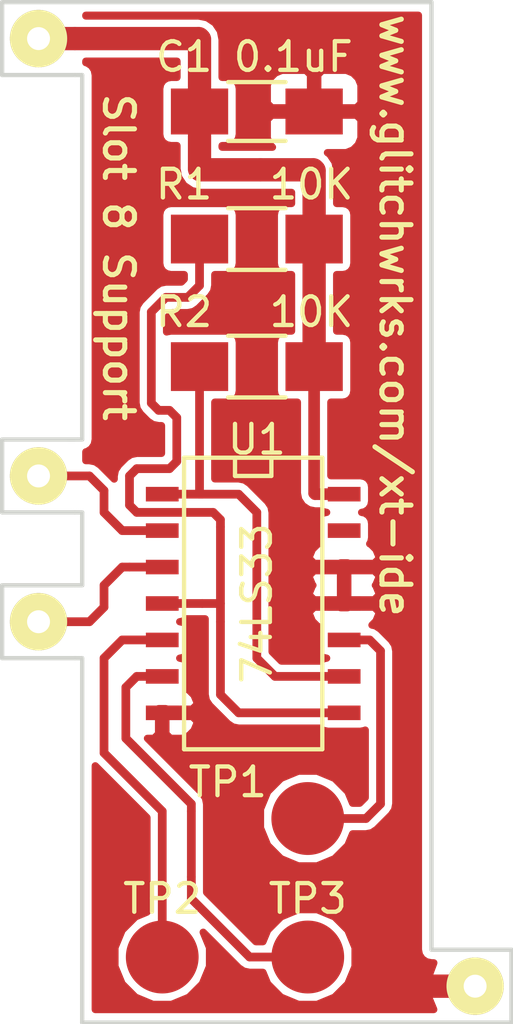
<source format=kicad_pcb>
(kicad_pcb (version 4) (host pcbnew 4.0.0-stable)

  (general
    (links 17)
    (no_connects 0)
    (area 113.882619 89.506428 136.865 128.933571)
    (thickness 1.6)
    (drawings 33)
    (tracks 82)
    (zones 0)
    (modules 11)
    (nets 10)
  )

  (page A4)
  (layers
    (0 F.Cu signal)
    (31 B.Cu signal)
    (32 B.Adhes user)
    (33 F.Adhes user)
    (34 B.Paste user)
    (35 F.Paste user)
    (36 B.SilkS user)
    (37 F.SilkS user)
    (38 B.Mask user)
    (39 F.Mask user)
    (40 Dwgs.User user)
    (41 Cmts.User user)
    (42 Eco1.User user)
    (43 Eco2.User user)
    (44 Edge.Cuts user)
    (45 Margin user)
    (46 B.CrtYd user)
    (47 F.CrtYd user)
    (48 B.Fab user)
    (49 F.Fab user)
  )

  (setup
    (last_trace_width 0.3048)
    (user_trace_width 0.1524)
    (user_trace_width 0.2032)
    (user_trace_width 0.3048)
    (user_trace_width 0.4064)
    (user_trace_width 0.6096)
    (user_trace_width 0.8128)
    (trace_clearance 0.2)
    (zone_clearance 0.254)
    (zone_45_only no)
    (trace_min 0.1524)
    (segment_width 0.2)
    (edge_width 0.15)
    (via_size 0.6)
    (via_drill 0.4)
    (via_min_size 0.4)
    (via_min_drill 0.3)
    (uvia_size 0.3)
    (uvia_drill 0.1)
    (uvias_allowed no)
    (uvia_min_size 0)
    (uvia_min_drill 0)
    (pcb_text_width 0.3)
    (pcb_text_size 1.5 1.5)
    (mod_edge_width 0.15)
    (mod_text_size 1 1)
    (mod_text_width 0.15)
    (pad_size 1.524 1.524)
    (pad_drill 0.762)
    (pad_to_mask_clearance 0.127)
    (aux_axis_origin 0 0)
    (visible_elements FFFFFF7F)
    (pcbplotparams
      (layerselection 0x01080_00000001)
      (usegerberextensions false)
      (excludeedgelayer true)
      (linewidth 0.100000)
      (plotframeref false)
      (viasonmask false)
      (mode 1)
      (useauxorigin false)
      (hpglpennumber 1)
      (hpglpenspeed 20)
      (hpglpendiameter 15)
      (hpglpenoverlay 2)
      (psnegative false)
      (psa4output false)
      (plotreference true)
      (plotvalue true)
      (plotinvisibletext false)
      (padsonsilk false)
      (subtractmaskfromsilk false)
      (outputformat 1)
      (mirror false)
      (drillshape 0)
      (scaleselection 1)
      (outputdirectory gerbers/))
  )

  (net 0 "")
  (net 1 VCC)
  (net 2 GND)
  (net 3 "Net-(R1-Pad2)")
  (net 4 "Net-(R2-Pad2)")
  (net 5 "Net-(TP1-Pad1)")
  (net 6 "Net-(TP2-Pad1)")
  (net 7 "Net-(TP3-Pad1)")
  (net 8 "Net-(/CS_ROM1-Pad1)")
  (net 9 "Net-(/MEMR1-Pad1)")

  (net_class Default "This is the default net class."
    (clearance 0.2)
    (trace_width 0.25)
    (via_dia 0.6)
    (via_drill 0.4)
    (uvia_dia 0.3)
    (uvia_drill 0.1)
    (add_net GND)
    (add_net "Net-(/CS_ROM1-Pad1)")
    (add_net "Net-(/MEMR1-Pad1)")
    (add_net "Net-(R1-Pad2)")
    (add_net "Net-(R2-Pad2)")
    (add_net "Net-(TP1-Pad1)")
    (add_net "Net-(TP2-Pad1)")
    (add_net "Net-(TP3-Pad1)")
    (add_net VCC)
  )

  (module Capacitors_SMD:C_1206_HandSoldering (layer F.Cu) (tedit 57D9B5C1) (tstamp 57D988B4)
    (at 125.73 95.25)
    (descr "Capacitor SMD 1206, hand soldering")
    (tags "capacitor 1206")
    (path /57D989F8)
    (attr smd)
    (fp_text reference C1 (at -2.54 -1.905) (layer F.SilkS)
      (effects (font (size 1 1) (thickness 0.15)))
    )
    (fp_text value 0.1uF (at 1.27 -1.905) (layer F.SilkS)
      (effects (font (size 1 1) (thickness 0.15)))
    )
    (fp_line (start -3.3 -1.15) (end 3.3 -1.15) (layer F.CrtYd) (width 0.05))
    (fp_line (start -3.3 1.15) (end 3.3 1.15) (layer F.CrtYd) (width 0.05))
    (fp_line (start -3.3 -1.15) (end -3.3 1.15) (layer F.CrtYd) (width 0.05))
    (fp_line (start 3.3 -1.15) (end 3.3 1.15) (layer F.CrtYd) (width 0.05))
    (fp_line (start 1 -1.025) (end -1 -1.025) (layer F.SilkS) (width 0.15))
    (fp_line (start -1 1.025) (end 1 1.025) (layer F.SilkS) (width 0.15))
    (pad 1 smd rect (at -2 0) (size 2 1.6) (layers F.Cu F.Paste F.Mask)
      (net 1 VCC))
    (pad 2 smd rect (at 2 0) (size 2 1.6) (layers F.Cu F.Paste F.Mask)
      (net 2 GND))
    (model Capacitors_SMD.3dshapes/C_1206_HandSoldering.wrl
      (at (xyz 0 0 0))
      (scale (xyz 1 1 1))
      (rotate (xyz 0 0 0))
    )
  )

  (module Resistors_SMD:R_1206_HandSoldering (layer F.Cu) (tedit 57D9B5BD) (tstamp 57D988D8)
    (at 125.73 99.695 180)
    (descr "Resistor SMD 1206, hand soldering")
    (tags "resistor 1206")
    (path /57D98A6B)
    (attr smd)
    (fp_text reference R1 (at 2.54 1.905 180) (layer F.SilkS)
      (effects (font (size 1 1) (thickness 0.15)))
    )
    (fp_text value 10K (at -1.905 1.905 180) (layer F.SilkS)
      (effects (font (size 1 1) (thickness 0.15)))
    )
    (fp_line (start -3.3 -1.2) (end 3.3 -1.2) (layer F.CrtYd) (width 0.05))
    (fp_line (start -3.3 1.2) (end 3.3 1.2) (layer F.CrtYd) (width 0.05))
    (fp_line (start -3.3 -1.2) (end -3.3 1.2) (layer F.CrtYd) (width 0.05))
    (fp_line (start 3.3 -1.2) (end 3.3 1.2) (layer F.CrtYd) (width 0.05))
    (fp_line (start 1 1.075) (end -1 1.075) (layer F.SilkS) (width 0.15))
    (fp_line (start -1 -1.075) (end 1 -1.075) (layer F.SilkS) (width 0.15))
    (pad 1 smd rect (at -2 0 180) (size 2 1.7) (layers F.Cu F.Paste F.Mask)
      (net 1 VCC))
    (pad 2 smd rect (at 2 0 180) (size 2 1.7) (layers F.Cu F.Paste F.Mask)
      (net 3 "Net-(R1-Pad2)"))
    (model Resistors_SMD.3dshapes/R_1206_HandSoldering.wrl
      (at (xyz 0 0 0))
      (scale (xyz 1 1 1))
      (rotate (xyz 0 0 0))
    )
  )

  (module Resistors_SMD:R_1206_HandSoldering (layer F.Cu) (tedit 57D9B5BF) (tstamp 57D988DE)
    (at 125.73 104.14 180)
    (descr "Resistor SMD 1206, hand soldering")
    (tags "resistor 1206")
    (path /57D98AAD)
    (attr smd)
    (fp_text reference R2 (at 2.54 1.905 180) (layer F.SilkS)
      (effects (font (size 1 1) (thickness 0.15)))
    )
    (fp_text value 10K (at -1.905 1.905 180) (layer F.SilkS)
      (effects (font (size 1 1) (thickness 0.15)))
    )
    (fp_line (start -3.3 -1.2) (end 3.3 -1.2) (layer F.CrtYd) (width 0.05))
    (fp_line (start -3.3 1.2) (end 3.3 1.2) (layer F.CrtYd) (width 0.05))
    (fp_line (start -3.3 -1.2) (end -3.3 1.2) (layer F.CrtYd) (width 0.05))
    (fp_line (start 3.3 -1.2) (end 3.3 1.2) (layer F.CrtYd) (width 0.05))
    (fp_line (start 1 1.075) (end -1 1.075) (layer F.SilkS) (width 0.15))
    (fp_line (start -1 -1.075) (end 1 -1.075) (layer F.SilkS) (width 0.15))
    (pad 1 smd rect (at -2 0 180) (size 2 1.7) (layers F.Cu F.Paste F.Mask)
      (net 1 VCC))
    (pad 2 smd rect (at 2 0 180) (size 2 1.7) (layers F.Cu F.Paste F.Mask)
      (net 4 "Net-(R2-Pad2)"))
    (model Resistors_SMD.3dshapes/R_1206_HandSoldering.wrl
      (at (xyz 0 0 0))
      (scale (xyz 1 1 1))
      (rotate (xyz 0 0 0))
    )
  )

  (module SMD_Packages:SOIC-14_N (layer F.Cu) (tedit 57D9B5CD) (tstamp 57D988F0)
    (at 125.73 112.395 270)
    (descr "Module CMS SOJ 14 pins Large")
    (tags "CMS SOJ")
    (path /57D986CD)
    (attr smd)
    (fp_text reference U1 (at -5.715 0 360) (layer F.SilkS)
      (effects (font (size 1 1) (thickness 0.15)))
    )
    (fp_text value 74LS33 (at 0 0 450) (layer F.SilkS)
      (effects (font (size 1 1) (thickness 0.15)))
    )
    (fp_line (start 5.08 -2.286) (end 5.08 2.54) (layer F.SilkS) (width 0.15))
    (fp_line (start 5.08 2.54) (end -5.08 2.54) (layer F.SilkS) (width 0.15))
    (fp_line (start -5.08 2.54) (end -5.08 -2.286) (layer F.SilkS) (width 0.15))
    (fp_line (start -5.08 -2.286) (end 5.08 -2.286) (layer F.SilkS) (width 0.15))
    (fp_line (start -5.08 -0.508) (end -4.445 -0.508) (layer F.SilkS) (width 0.15))
    (fp_line (start -4.445 -0.508) (end -4.445 0.762) (layer F.SilkS) (width 0.15))
    (fp_line (start -4.445 0.762) (end -5.08 0.762) (layer F.SilkS) (width 0.15))
    (pad 1 smd rect (at -3.81 3.302 270) (size 0.508 1.143) (layers F.Cu F.Paste F.Mask)
      (net 4 "Net-(R2-Pad2)"))
    (pad 2 smd rect (at -2.54 3.302 270) (size 0.508 1.143) (layers F.Cu F.Paste F.Mask)
      (net 9 "Net-(/MEMR1-Pad1)"))
    (pad 3 smd rect (at -1.27 3.302 270) (size 0.508 1.143) (layers F.Cu F.Paste F.Mask)
      (net 8 "Net-(/CS_ROM1-Pad1)"))
    (pad 4 smd rect (at 0 3.302 270) (size 0.508 1.143) (layers F.Cu F.Paste F.Mask)
      (net 3 "Net-(R1-Pad2)"))
    (pad 5 smd rect (at 1.27 3.302 270) (size 0.508 1.143) (layers F.Cu F.Paste F.Mask)
      (net 6 "Net-(TP2-Pad1)"))
    (pad 6 smd rect (at 2.54 3.302 270) (size 0.508 1.143) (layers F.Cu F.Paste F.Mask)
      (net 7 "Net-(TP3-Pad1)"))
    (pad 7 smd rect (at 3.81 3.302 270) (size 0.508 1.143) (layers F.Cu F.Paste F.Mask)
      (net 2 GND))
    (pad 8 smd rect (at 3.81 -3.048 270) (size 0.508 1.143) (layers F.Cu F.Paste F.Mask)
      (net 3 "Net-(R1-Pad2)"))
    (pad 9 smd rect (at 2.54 -3.048 270) (size 0.508 1.143) (layers F.Cu F.Paste F.Mask)
      (net 4 "Net-(R2-Pad2)"))
    (pad 11 smd rect (at 0 -3.048 270) (size 0.508 1.143) (layers F.Cu F.Paste F.Mask)
      (net 2 GND))
    (pad 12 smd rect (at -1.27 -3.048 270) (size 0.508 1.143) (layers F.Cu F.Paste F.Mask)
      (net 2 GND))
    (pad 13 smd rect (at -2.54 -3.048 270) (size 0.508 1.143) (layers F.Cu F.Paste F.Mask))
    (pad 14 smd rect (at -3.81 -3.048 270) (size 0.508 1.143) (layers F.Cu F.Paste F.Mask)
      (net 1 VCC))
    (pad 10 smd rect (at 1.27 -3.048 270) (size 0.508 1.143) (layers F.Cu F.Paste F.Mask)
      (net 5 "Net-(TP1-Pad1)"))
    (model SMD_Packages.3dshapes/SOIC-14_N.wrl
      (at (xyz 0 0 0))
      (scale (xyz 0.5 0.4 0.5))
      (rotate (xyz 0 0 0))
    )
  )

  (module Wire_Pads:SolderWirePad_single_0-8mmDrill (layer F.Cu) (tedit 57D99FA1) (tstamp 57D99D58)
    (at 118.11 92.71 90)
    (path /57D98F25)
    (fp_text reference P6 (at 0 -2.54 90) (layer F.SilkS) hide
      (effects (font (size 1 1) (thickness 0.15)))
    )
    (fp_text value CONN_1 (at 0 2.54 90) (layer F.Fab) hide
      (effects (font (size 1 1) (thickness 0.15)))
    )
    (pad 1 thru_hole circle (at 0 0 90) (size 1.99898 1.99898) (drill 0.8001) (layers *.Cu *.Mask F.SilkS)
      (net 1 VCC))
  )

  (module Wire_Pads:SolderWirePad_single_0-8mmDrill (layer F.Cu) (tedit 57D99DFC) (tstamp 57D99D5C)
    (at 133.35 125.73 270)
    (path /57D98FA9)
    (fp_text reference P7 (at 0 -2.54 270) (layer F.SilkS) hide
      (effects (font (size 1 1) (thickness 0.15)))
    )
    (fp_text value CONN_1 (at 0 2.54 270) (layer F.Fab) hide
      (effects (font (size 1 1) (thickness 0.15)))
    )
    (pad 1 thru_hole circle (at 0 0 270) (size 1.99898 1.99898) (drill 0.8001) (layers *.Cu *.Mask F.SilkS)
      (net 2 GND))
  )

  (module testpoints:SMD_TESTPOINT (layer F.Cu) (tedit 57D9A410) (tstamp 57D9A40E)
    (at 127.508 119.888)
    (path /57D98844)
    (fp_text reference TP1 (at -2.794 -1.27) (layer F.SilkS)
      (effects (font (size 1 1) (thickness 0.15)))
    )
    (fp_text value CONN_1 (at 0 -2) (layer F.Fab) hide
      (effects (font (size 1 1) (thickness 0.15)))
    )
    (pad 1 smd circle (at 0 0) (size 2.54 2.54) (layers F.Cu F.Paste F.Mask)
      (net 5 "Net-(TP1-Pad1)"))
  )

  (module testpoints:SMD_TESTPOINT (layer F.Cu) (tedit 57D9A413) (tstamp 57D9A413)
    (at 122.428 124.714)
    (path /57D9892A)
    (fp_text reference TP2 (at 0 -2.032) (layer F.SilkS)
      (effects (font (size 1 1) (thickness 0.15)))
    )
    (fp_text value CONN_1 (at 0 -2) (layer F.Fab) hide
      (effects (font (size 1 1) (thickness 0.15)))
    )
    (pad 1 smd circle (at 0 0) (size 2.54 2.54) (layers F.Cu F.Paste F.Mask)
      (net 6 "Net-(TP2-Pad1)"))
  )

  (module testpoints:SMD_TESTPOINT (layer F.Cu) (tedit 57D9A415) (tstamp 57D9A418)
    (at 127.508 124.714)
    (path /57D9895B)
    (fp_text reference TP3 (at 0 -2.032) (layer F.SilkS)
      (effects (font (size 1 1) (thickness 0.15)))
    )
    (fp_text value CONN_1 (at 0 -2) (layer F.Fab) hide
      (effects (font (size 1 1) (thickness 0.15)))
    )
    (pad 1 smd circle (at 0 0) (size 2.54 2.54) (layers F.Cu F.Paste F.Mask)
      (net 7 "Net-(TP3-Pad1)"))
  )

  (module Wire_Pads:SolderWirePad_single_0-8mmDrill (layer F.Cu) (tedit 57D9FCEE) (tstamp 57D9FCDC)
    (at 118.11 113.03)
    (path /57D988DB)
    (fp_text reference /CS_ROM1 (at 0 -2.54) (layer F.SilkS) hide
      (effects (font (size 1 1) (thickness 0.15)))
    )
    (fp_text value CONN_1 (at 0 2.54) (layer F.Fab) hide
      (effects (font (size 1 1) (thickness 0.15)))
    )
    (pad 1 thru_hole circle (at 0 0) (size 1.99898 1.99898) (drill 0.8001) (layers *.Cu *.Mask F.SilkS)
      (net 8 "Net-(/CS_ROM1-Pad1)"))
  )

  (module Wire_Pads:SolderWirePad_single_0-8mmDrill (layer F.Cu) (tedit 57D9FCEC) (tstamp 57D9FCE1)
    (at 118.11 107.95)
    (path /57D988A6)
    (fp_text reference /MEMR1 (at 0 -2.54) (layer F.SilkS) hide
      (effects (font (size 1 1) (thickness 0.15)))
    )
    (fp_text value CONN_1 (at 0 2.54) (layer F.Fab) hide
      (effects (font (size 1 1) (thickness 0.15)))
    )
    (pad 1 thru_hole circle (at 0 0) (size 1.99898 1.99898) (drill 0.8001) (layers *.Cu *.Mask F.SilkS)
      (net 9 "Net-(/MEMR1-Pad1)"))
  )

  (gr_text "Slot 8 Support" (at 120.904 100.33 270) (layer F.SilkS)
    (effects (font (size 1.016 1.016) (thickness 0.1778)))
  )
  (gr_text www.glitchwrks.com/xt-ide (at 130.556 102.362 270) (layer F.SilkS)
    (effects (font (size 1.016 1.016) (thickness 0.1778)))
  )
  (gr_text TP2 (at 120.904 121.412 270) (layer F.Mask)
    (effects (font (size 1.016 1.016) (thickness 0.1778)))
  )
  (gr_text TP3 (at 129.794 124.714 270) (layer F.Mask)
    (effects (font (size 1.016 1.016) (thickness 0.1778)))
  )
  (gr_text TP1 (at 124.968 119.888 270) (layer F.Mask)
    (effects (font (size 1.016 1.016) (thickness 0.1778)))
  )
  (gr_text R1 (at 125.73 97.79) (layer F.Mask)
    (effects (font (size 1.016 1.016) (thickness 0.1778)))
  )
  (gr_text 74LS33 (at 127 111.76 270) (layer F.Mask)
    (effects (font (size 0.762 0.762) (thickness 0.1778)))
  )
  (gr_text U1 (at 125.73 106.68) (layer F.Mask)
    (effects (font (size 1.016 1.016) (thickness 0.1778)))
  )
  (gr_text C1 (at 125.73 93.345) (layer F.Mask)
    (effects (font (size 1.016 1.016) (thickness 0.1778)))
  )
  (gr_text R2 (at 125.73 102.235) (layer F.Mask)
    (effects (font (size 1.016 1.016) (thickness 0.1778)))
  )
  (gr_text "Slot 8 Support" (at 120.904 100.33 270) (layer F.Mask)
    (effects (font (size 1.016 1.016) (thickness 0.1778)))
  )
  (gr_text www.glitchwrks.com/xt-ide (at 130.556 102.362 270) (layer F.Mask)
    (effects (font (size 1.016 1.016) (thickness 0.1778)))
  )
  (gr_line (start 119.634 93.98) (end 119.38 93.98) (angle 90) (layer Edge.Cuts) (width 0.15))
  (gr_line (start 119.634 106.68) (end 119.126 106.68) (angle 90) (layer Edge.Cuts) (width 0.15))
  (gr_line (start 119.634 109.22) (end 119.38 109.22) (angle 90) (layer Edge.Cuts) (width 0.15))
  (gr_line (start 119.634 111.76) (end 119.38 111.76) (angle 90) (layer Edge.Cuts) (width 0.15))
  (gr_line (start 119.634 114.3) (end 119.38 114.3) (angle 90) (layer Edge.Cuts) (width 0.15))
  (gr_line (start 134.62 127) (end 119.634 127) (angle 90) (layer Edge.Cuts) (width 0.15))
  (gr_line (start 134.62 127) (end 134.62 124.46) (angle 90) (layer Edge.Cuts) (width 0.15))
  (gr_line (start 119.634 114.3) (end 119.634 127) (angle 90) (layer Edge.Cuts) (width 0.15))
  (gr_line (start 116.84 114.3) (end 119.38 114.3) (angle 90) (layer Edge.Cuts) (width 0.15))
  (gr_line (start 116.84 111.76) (end 116.84 114.3) (angle 90) (layer Edge.Cuts) (width 0.15))
  (gr_line (start 119.38 111.76) (end 116.84 111.76) (angle 90) (layer Edge.Cuts) (width 0.15))
  (gr_line (start 119.634 109.22) (end 119.634 111.76) (angle 90) (layer Edge.Cuts) (width 0.15))
  (gr_line (start 116.84 109.22) (end 119.38 109.22) (angle 90) (layer Edge.Cuts) (width 0.15))
  (gr_line (start 116.84 106.68) (end 116.84 109.22) (angle 90) (layer Edge.Cuts) (width 0.15))
  (gr_line (start 119.38 106.68) (end 116.84 106.68) (angle 90) (layer Edge.Cuts) (width 0.15))
  (gr_line (start 119.634 93.98) (end 119.634 106.68) (angle 90) (layer Edge.Cuts) (width 0.15))
  (gr_line (start 116.84 93.98) (end 119.38 93.98) (angle 90) (layer Edge.Cuts) (width 0.15))
  (gr_line (start 116.84 91.44) (end 116.84 93.98) (angle 90) (layer Edge.Cuts) (width 0.15))
  (gr_line (start 131.826 91.44) (end 116.84 91.44) (angle 90) (layer Edge.Cuts) (width 0.15))
  (gr_line (start 131.826 124.46) (end 131.826 91.44) (angle 90) (layer Edge.Cuts) (width 0.15))
  (gr_line (start 134.62 124.46) (end 131.826 124.46) (angle 90) (layer Edge.Cuts) (width 0.15))

  (segment (start 127.73 104.14) (end 127.73 99.695) (width 0.8128) (layer F.Cu) (net 1))
  (segment (start 127.73 99.695) (end 127.73 97.314) (width 0.8128) (layer F.Cu) (net 1))
  (segment (start 127.73 97.314) (end 127.698 97.282) (width 0.8128) (layer F.Cu) (net 1) (tstamp 57D9A48C))
  (segment (start 127.698 97.282) (end 125.857 97.282) (width 0.8128) (layer F.Cu) (net 1) (tstamp 57D9A48E))
  (segment (start 123.73 97.25) (end 123.73 95.25) (width 0.8128) (layer F.Cu) (net 1))
  (segment (start 123.762 97.282) (end 125.857 97.282) (width 0.8128) (layer F.Cu) (net 1) (tstamp 57D9A482))
  (segment (start 123.73 97.25) (end 123.762 97.282) (width 0.8128) (layer F.Cu) (net 1) (tstamp 57D9A47E))
  (segment (start 123.73 95.25) (end 123.73 92.742) (width 0.8128) (layer F.Cu) (net 1))
  (segment (start 119.38 92.71) (end 118.11 92.71) (width 0.8128) (layer F.Cu) (net 1))
  (segment (start 123.698 92.71) (end 119.38 92.71) (width 0.8128) (layer F.Cu) (net 1) (tstamp 57D9A37C))
  (segment (start 123.73 92.742) (end 123.698 92.71) (width 0.8128) (layer F.Cu) (net 1) (tstamp 57D9A379))
  (segment (start 128.778 108.585) (end 127.762 108.585) (width 0.4064) (layer F.Cu) (net 1))
  (segment (start 127.762 108.585) (end 127.73 108.553) (width 0.4064) (layer F.Cu) (net 1) (tstamp 57D99A2C))
  (segment (start 127.73 108.553) (end 127.73 104.14) (width 0.4064) (layer F.Cu) (net 1) (tstamp 57D99A31))
  (segment (start 127.635 104.775) (end 127.73 104.14) (width 0.4064) (layer F.Cu) (net 1) (tstamp 57D996F2))
  (segment (start 133.35 125.73) (end 130.81 125.73) (width 0.8128) (layer F.Cu) (net 2))
  (segment (start 130.81 125.73) (end 130.683 125.603) (width 0.8128) (layer F.Cu) (net 2) (tstamp 57D9FD55))
  (segment (start 124.206 109.22) (end 121.539 109.22) (width 0.3048) (layer F.Cu) (net 3))
  (segment (start 124.46 109.474) (end 124.206 109.22) (width 0.3048) (layer F.Cu) (net 3) (tstamp 57D9B516))
  (segment (start 124.46 112.395) (end 124.46 109.728) (width 0.3048) (layer F.Cu) (net 3) (tstamp 57D998A6))
  (segment (start 124.46 109.728) (end 124.46 109.474) (width 0.3048) (layer F.Cu) (net 3))
  (segment (start 123.73 101.314) (end 123.73 99.695) (width 0.3048) (layer F.Cu) (net 3) (tstamp 57D9FDFB))
  (segment (start 123.317 101.727) (end 123.73 101.314) (width 0.3048) (layer F.Cu) (net 3) (tstamp 57D9FDF5))
  (segment (start 122.555 101.727) (end 123.317 101.727) (width 0.3048) (layer F.Cu) (net 3) (tstamp 57D9FDF2))
  (segment (start 122.047 102.235) (end 122.555 101.727) (width 0.3048) (layer F.Cu) (net 3) (tstamp 57D9FDED))
  (segment (start 122.047 105.41) (end 122.047 102.235) (width 0.3048) (layer F.Cu) (net 3) (tstamp 57D9FDD7))
  (segment (start 122.301 105.664) (end 122.047 105.41) (width 0.3048) (layer F.Cu) (net 3) (tstamp 57D9FDD6))
  (segment (start 122.682 105.664) (end 122.301 105.664) (width 0.3048) (layer F.Cu) (net 3) (tstamp 57D9FDD4))
  (segment (start 122.936 105.918) (end 122.682 105.664) (width 0.3048) (layer F.Cu) (net 3) (tstamp 57D9FDD2))
  (segment (start 122.936 107.442) (end 122.936 105.918) (width 0.3048) (layer F.Cu) (net 3) (tstamp 57D9FDD0))
  (segment (start 122.682 107.696) (end 122.936 107.442) (width 0.3048) (layer F.Cu) (net 3) (tstamp 57D9FDCE))
  (segment (start 121.539 107.696) (end 122.682 107.696) (width 0.3048) (layer F.Cu) (net 3) (tstamp 57D9FDCB))
  (segment (start 121.285 107.95) (end 121.539 107.696) (width 0.3048) (layer F.Cu) (net 3) (tstamp 57D9FDCA))
  (segment (start 121.285 108.966) (end 121.285 107.95) (width 0.3048) (layer F.Cu) (net 3) (tstamp 57D9FDC7))
  (segment (start 121.539 109.22) (end 121.285 108.966) (width 0.3048) (layer F.Cu) (net 3) (tstamp 57D9FDC4))
  (segment (start 124.46 112.395) (end 123.825 112.395) (width 0.3048) (layer F.Cu) (net 3))
  (segment (start 123.825 112.395) (end 122.428 112.395) (width 0.3048) (layer F.Cu) (net 3))
  (segment (start 124.46 113.03) (end 124.46 112.395) (width 0.3048) (layer F.Cu) (net 3))
  (segment (start 124.46 113.03) (end 124.46 115.57) (width 0.3048) (layer F.Cu) (net 3) (tstamp 57D994D5))
  (segment (start 124.46 115.57) (end 125.095 116.205) (width 0.3048) (layer F.Cu) (net 3) (tstamp 57D994D6))
  (segment (start 128.778 116.205) (end 125.095 116.205) (width 0.3048) (layer F.Cu) (net 3) (tstamp 57D994D7))
  (segment (start 123.73 104.14) (end 123.73 108.585) (width 0.3048) (layer F.Cu) (net 4))
  (segment (start 128.778 114.935) (end 126.365 114.935) (width 0.3048) (layer F.Cu) (net 4))
  (segment (start 126.365 114.935) (end 125.73 114.3) (width 0.3048) (layer F.Cu) (net 4) (tstamp 57D996F8))
  (segment (start 125.73 114.3) (end 125.73 109.22) (width 0.3048) (layer F.Cu) (net 4) (tstamp 57D996F9))
  (segment (start 125.73 109.22) (end 125.095 108.585) (width 0.3048) (layer F.Cu) (net 4) (tstamp 57D996FA))
  (segment (start 125.095 108.585) (end 123.73 108.585) (width 0.3048) (layer F.Cu) (net 4) (tstamp 57D996FB))
  (segment (start 123.19 108.585) (end 122.428 108.585) (width 0.3048) (layer F.Cu) (net 4))
  (segment (start 123.825 108.585) (end 123.19 108.585) (width 0.3048) (layer F.Cu) (net 4) (tstamp 57D99700))
  (segment (start 123.73 108.585) (end 123.825 108.585) (width 0.3048) (layer F.Cu) (net 4) (tstamp 57D9B68F))
  (segment (start 123.825 104.775) (end 123.73 104.14) (width 0.3048) (layer F.Cu) (net 4) (tstamp 57D996F6))
  (segment (start 130.048 114.046) (end 130.048 119.38) (width 0.3048) (layer F.Cu) (net 5))
  (segment (start 129.667 113.665) (end 130.048 114.046) (width 0.3048) (layer F.Cu) (net 5) (tstamp 57D999E7))
  (segment (start 128.778 113.665) (end 129.667 113.665) (width 0.3048) (layer F.Cu) (net 5))
  (segment (start 129.54 119.888) (end 127.508 119.888) (width 0.3048) (layer F.Cu) (net 5) (tstamp 57D9A18D))
  (segment (start 130.048 119.38) (end 129.54 119.888) (width 0.3048) (layer F.Cu) (net 5) (tstamp 57D9A18C))
  (segment (start 122.428 113.665) (end 121.031 113.665) (width 0.3048) (layer F.Cu) (net 6))
  (segment (start 122.428 119.634) (end 122.428 124.714) (width 0.3048) (layer F.Cu) (net 6) (tstamp 57D9A1E1))
  (segment (start 120.396 117.602) (end 122.428 119.634) (width 0.3048) (layer F.Cu) (net 6) (tstamp 57D9A1DB))
  (segment (start 120.396 114.3) (end 120.396 117.602) (width 0.3048) (layer F.Cu) (net 6) (tstamp 57D9A1D2))
  (segment (start 121.031 113.665) (end 120.396 114.3) (width 0.3048) (layer F.Cu) (net 6) (tstamp 57D9A1CE))
  (segment (start 123.444 121.92) (end 123.444 122.682) (width 0.3048) (layer F.Cu) (net 7))
  (segment (start 123.444 119.38) (end 121.412 117.348) (width 0.3048) (layer F.Cu) (net 7) (tstamp 57D9A1F7))
  (segment (start 122.428 114.935) (end 121.539 114.935) (width 0.3048) (layer F.Cu) (net 7))
  (segment (start 123.444 119.634) (end 123.444 121.92) (width 0.3048) (layer F.Cu) (net 7) (tstamp 57D9A1AD))
  (segment (start 121.158 117.094) (end 121.412 117.348) (width 0.3048) (layer F.Cu) (net 7) (tstamp 57D9A1A6))
  (segment (start 121.158 115.316) (end 121.158 117.094) (width 0.3048) (layer F.Cu) (net 7) (tstamp 57D9A1A1))
  (segment (start 121.539 114.935) (end 121.158 115.316) (width 0.3048) (layer F.Cu) (net 7) (tstamp 57D9A1A0))
  (segment (start 123.444 119.634) (end 123.444 119.38) (width 0.3048) (layer F.Cu) (net 7))
  (segment (start 125.476 124.714) (end 127.508 124.714) (width 0.3048) (layer F.Cu) (net 7) (tstamp 57D9A272))
  (segment (start 123.444 122.682) (end 125.476 124.714) (width 0.3048) (layer F.Cu) (net 7) (tstamp 57D9A26F))
  (segment (start 121.285 111.125) (end 121.031 111.125) (width 0.3048) (layer F.Cu) (net 8))
  (segment (start 122.428 111.125) (end 121.285 111.125) (width 0.3048) (layer F.Cu) (net 8))
  (segment (start 119.888 113.03) (end 118.11 113.03) (width 0.3048) (layer F.Cu) (net 8) (tstamp 57D99FEF))
  (segment (start 120.396 112.522) (end 119.888 113.03) (width 0.3048) (layer F.Cu) (net 8) (tstamp 57D99FEB))
  (segment (start 120.396 111.76) (end 120.396 112.522) (width 0.3048) (layer F.Cu) (net 8) (tstamp 57D99FEA))
  (segment (start 121.031 111.125) (end 120.396 111.76) (width 0.3048) (layer F.Cu) (net 8) (tstamp 57D99FE2))
  (segment (start 122.428 109.855) (end 121.031 109.855) (width 0.3048) (layer F.Cu) (net 9))
  (segment (start 119.888 107.95) (end 118.11 107.95) (width 0.3048) (layer F.Cu) (net 9) (tstamp 57D99FDD))
  (segment (start 120.396 108.458) (end 119.888 107.95) (width 0.3048) (layer F.Cu) (net 9) (tstamp 57D99FDB))
  (segment (start 120.396 109.22) (end 120.396 108.458) (width 0.3048) (layer F.Cu) (net 9) (tstamp 57D99FDA))
  (segment (start 121.031 109.855) (end 120.396 109.22) (width 0.3048) (layer F.Cu) (net 9) (tstamp 57D99FD6))

  (zone (net 2) (net_name GND) (layer F.Cu) (tstamp 57D9FC53) (hatch edge 0.508)
    (connect_pads (clearance 0.254))
    (min_thickness 0.254)
    (fill yes (arc_segments 16) (thermal_gap 0.508) (thermal_bridge_width 0.508))
    (polygon
      (pts
        (xy 131.826 124.46) (xy 134.493 124.46) (xy 134.493 127) (xy 119.634 126.873) (xy 119.634 91.44)
        (xy 131.826 91.44) (xy 131.826 124.46)
      )
    )
    (filled_polygon
      (pts
        (xy 131.37 124.46) (xy 131.404711 124.634504) (xy 131.503559 124.782441) (xy 131.651496 124.881289) (xy 131.826 124.916)
        (xy 131.908761 124.916) (xy 131.704599 125.465582) (xy 131.728659 126.115377) (xy 131.9062 126.544) (xy 120.09 126.544)
        (xy 120.09 118.050342) (xy 121.8946 119.854942) (xy 121.8946 123.148012) (xy 121.494005 123.313534) (xy 121.029166 123.777563)
        (xy 120.777287 124.384155) (xy 120.776714 125.040963) (xy 121.027534 125.647995) (xy 121.491563 126.112834) (xy 122.098155 126.364713)
        (xy 122.754963 126.365286) (xy 123.361995 126.114466) (xy 123.826834 125.650437) (xy 124.078713 125.043845) (xy 124.079286 124.387037)
        (xy 123.857197 123.849539) (xy 125.098829 125.091171) (xy 125.271877 125.206797) (xy 125.476 125.2474) (xy 125.942012 125.2474)
        (xy 126.107534 125.647995) (xy 126.571563 126.112834) (xy 127.178155 126.364713) (xy 127.834963 126.365286) (xy 128.441995 126.114466)
        (xy 128.906834 125.650437) (xy 129.158713 125.043845) (xy 129.159286 124.387037) (xy 128.908466 123.780005) (xy 128.444437 123.315166)
        (xy 127.837845 123.063287) (xy 127.181037 123.062714) (xy 126.574005 123.313534) (xy 126.109166 123.777563) (xy 125.94181 124.1806)
        (xy 125.696942 124.1806) (xy 123.9774 122.461058) (xy 123.9774 119.38) (xy 123.936797 119.175877) (xy 123.821171 119.002829)
        (xy 121.912342 117.094) (xy 122.14225 117.094) (xy 122.301 116.93525) (xy 122.301 116.332) (xy 122.555 116.332)
        (xy 122.555 116.93525) (xy 122.71375 117.094) (xy 123.12581 117.094) (xy 123.359199 116.997327) (xy 123.537827 116.818698)
        (xy 123.6345 116.585309) (xy 123.6345 116.49075) (xy 123.47575 116.332) (xy 122.555 116.332) (xy 122.301 116.332)
        (xy 122.281 116.332) (xy 122.281 116.078) (xy 122.301 116.078) (xy 122.301 116.058) (xy 122.555 116.058)
        (xy 122.555 116.078) (xy 123.47575 116.078) (xy 123.6345 115.91925) (xy 123.6345 115.824691) (xy 123.537827 115.591302)
        (xy 123.359199 115.412673) (xy 123.319134 115.396078) (xy 123.357359 115.340134) (xy 123.387964 115.189) (xy 123.387964 114.681)
        (xy 123.361397 114.53981) (xy 123.277954 114.410135) (xy 123.150634 114.323141) (xy 123.037712 114.300274) (xy 123.14069 114.280897)
        (xy 123.270365 114.197454) (xy 123.357359 114.070134) (xy 123.387964 113.919) (xy 123.387964 113.411) (xy 123.361397 113.26981)
        (xy 123.277954 113.140135) (xy 123.150634 113.053141) (xy 123.037712 113.030274) (xy 123.14069 113.010897) (xy 123.268895 112.9284)
        (xy 123.9266 112.9284) (xy 123.9266 115.57) (xy 123.967203 115.774123) (xy 124.082829 115.947171) (xy 124.717827 116.582168)
        (xy 124.717829 116.582171) (xy 124.890877 116.697797) (xy 125.095 116.738401) (xy 125.095005 116.7384) (xy 127.940537 116.7384)
        (xy 128.055366 116.816859) (xy 128.2065 116.847464) (xy 129.3495 116.847464) (xy 129.49069 116.820897) (xy 129.5146 116.805511)
        (xy 129.5146 119.159059) (xy 129.319058 119.3546) (xy 129.073988 119.3546) (xy 128.908466 118.954005) (xy 128.444437 118.489166)
        (xy 127.837845 118.237287) (xy 127.181037 118.236714) (xy 126.574005 118.487534) (xy 126.109166 118.951563) (xy 125.857287 119.558155)
        (xy 125.856714 120.214963) (xy 126.107534 120.821995) (xy 126.571563 121.286834) (xy 127.178155 121.538713) (xy 127.834963 121.539286)
        (xy 128.441995 121.288466) (xy 128.906834 120.824437) (xy 129.07419 120.4214) (xy 129.54 120.4214) (xy 129.744123 120.380797)
        (xy 129.917171 120.265171) (xy 130.425168 119.757173) (xy 130.425171 119.757171) (xy 130.507471 119.634) (xy 130.540797 119.584124)
        (xy 130.5814 119.38) (xy 130.5814 114.046) (xy 130.540797 113.841877) (xy 130.540797 113.841876) (xy 130.490499 113.7666)
        (xy 130.425171 113.668829) (xy 130.425168 113.668827) (xy 130.044171 113.287829) (xy 129.871123 113.172203) (xy 129.748679 113.147847)
        (xy 129.887827 113.008698) (xy 129.9845 112.775309) (xy 129.9845 112.68075) (xy 129.82575 112.522) (xy 128.905 112.522)
        (xy 128.905 112.542) (xy 128.651 112.542) (xy 128.651 112.522) (xy 127.73025 112.522) (xy 127.5715 112.68075)
        (xy 127.5715 112.775309) (xy 127.668173 113.008698) (xy 127.846801 113.187327) (xy 127.886866 113.203922) (xy 127.848641 113.259866)
        (xy 127.818036 113.411) (xy 127.818036 113.919) (xy 127.844603 114.06019) (xy 127.928046 114.189865) (xy 128.055366 114.276859)
        (xy 128.168288 114.299726) (xy 128.06531 114.319103) (xy 127.937105 114.4016) (xy 126.585941 114.4016) (xy 126.2634 114.079058)
        (xy 126.2634 111.41075) (xy 127.5715 111.41075) (xy 127.5715 111.505309) (xy 127.668173 111.738698) (xy 127.689475 111.76)
        (xy 127.668173 111.781302) (xy 127.5715 112.014691) (xy 127.5715 112.10925) (xy 127.73025 112.268) (xy 128.651 112.268)
        (xy 128.651 111.252) (xy 128.905 111.252) (xy 128.905 112.268) (xy 129.82575 112.268) (xy 129.9845 112.10925)
        (xy 129.9845 112.014691) (xy 129.887827 111.781302) (xy 129.866525 111.76) (xy 129.887827 111.738698) (xy 129.9845 111.505309)
        (xy 129.9845 111.41075) (xy 129.82575 111.252) (xy 128.905 111.252) (xy 128.651 111.252) (xy 127.73025 111.252)
        (xy 127.5715 111.41075) (xy 126.2634 111.41075) (xy 126.2634 109.220005) (xy 126.263401 109.22) (xy 126.222797 109.015877)
        (xy 126.222796 109.015876) (xy 126.107171 108.842829) (xy 126.107168 108.842827) (xy 125.472171 108.207829) (xy 125.299123 108.092203)
        (xy 125.095 108.0516) (xy 124.2634 108.0516) (xy 124.2634 105.378464) (xy 124.73 105.378464) (xy 124.87119 105.351897)
        (xy 125.000865 105.268454) (xy 125.087859 105.141134) (xy 125.118464 104.99) (xy 125.118464 103.29) (xy 125.091897 103.14881)
        (xy 125.008454 103.019135) (xy 124.881134 102.932141) (xy 124.73 102.901536) (xy 122.73 102.901536) (xy 122.58881 102.928103)
        (xy 122.5804 102.933515) (xy 122.5804 102.455942) (xy 122.775941 102.2604) (xy 123.317 102.2604) (xy 123.521123 102.219797)
        (xy 123.694171 102.104171) (xy 124.107171 101.691171) (xy 124.222797 101.518123) (xy 124.2634 101.314) (xy 124.2634 100.933464)
        (xy 124.73 100.933464) (xy 124.87119 100.906897) (xy 125.000865 100.823454) (xy 125.087859 100.696134) (xy 125.118464 100.545)
        (xy 125.118464 98.845) (xy 125.091897 98.70381) (xy 125.008454 98.574135) (xy 124.881134 98.487141) (xy 124.73 98.456536)
        (xy 122.73 98.456536) (xy 122.58881 98.483103) (xy 122.459135 98.566546) (xy 122.372141 98.693866) (xy 122.341536 98.845)
        (xy 122.341536 100.545) (xy 122.368103 100.68619) (xy 122.451546 100.815865) (xy 122.578866 100.902859) (xy 122.73 100.933464)
        (xy 123.1966 100.933464) (xy 123.1966 101.093058) (xy 123.096058 101.1936) (xy 122.555 101.1936) (xy 122.350876 101.234203)
        (xy 122.281563 101.280516) (xy 122.177829 101.349829) (xy 122.177827 101.349832) (xy 121.669829 101.857829) (xy 121.554203 102.030877)
        (xy 121.5136 102.235) (xy 121.5136 105.41) (xy 121.554203 105.614123) (xy 121.669829 105.787171) (xy 121.923829 106.041171)
        (xy 122.096876 106.156797) (xy 122.301 106.1974) (xy 122.4026 106.1974) (xy 122.4026 107.1626) (xy 121.539 107.1626)
        (xy 121.334876 107.203203) (xy 121.161829 107.318829) (xy 120.907829 107.572829) (xy 120.792203 107.745877) (xy 120.7516 107.95)
        (xy 120.7516 108.059259) (xy 120.265171 107.572829) (xy 120.092123 107.457203) (xy 119.888 107.4166) (xy 119.761 107.4166)
        (xy 119.761 107.110738) (xy 119.808504 107.101289) (xy 119.956441 107.002441) (xy 120.055289 106.854504) (xy 120.09 106.68)
        (xy 120.09 93.98) (xy 120.055289 93.805496) (xy 119.956441 93.657559) (xy 119.808504 93.558711) (xy 119.761 93.549262)
        (xy 119.761 93.4974) (xy 122.9426 93.4974) (xy 122.9426 94.061536) (xy 122.73 94.061536) (xy 122.58881 94.088103)
        (xy 122.459135 94.171546) (xy 122.372141 94.298866) (xy 122.341536 94.45) (xy 122.341536 96.05) (xy 122.368103 96.19119)
        (xy 122.451546 96.320865) (xy 122.578866 96.407859) (xy 122.73 96.438464) (xy 122.9426 96.438464) (xy 122.9426 97.25)
        (xy 123.002537 97.551325) (xy 123.173224 97.806776) (xy 123.205224 97.838776) (xy 123.460675 98.009463) (xy 123.762 98.0694)
        (xy 126.9426 98.0694) (xy 126.9426 98.456536) (xy 126.73 98.456536) (xy 126.58881 98.483103) (xy 126.459135 98.566546)
        (xy 126.372141 98.693866) (xy 126.341536 98.845) (xy 126.341536 100.545) (xy 126.368103 100.68619) (xy 126.451546 100.815865)
        (xy 126.578866 100.902859) (xy 126.73 100.933464) (xy 126.9426 100.933464) (xy 126.9426 102.901536) (xy 126.73 102.901536)
        (xy 126.58881 102.928103) (xy 126.459135 103.011546) (xy 126.372141 103.138866) (xy 126.341536 103.29) (xy 126.341536 104.99)
        (xy 126.368103 105.13119) (xy 126.451546 105.260865) (xy 126.578866 105.347859) (xy 126.73 105.378464) (xy 127.1458 105.378464)
        (xy 127.1458 108.553) (xy 127.19027 108.776564) (xy 127.271116 108.897559) (xy 127.316908 108.966092) (xy 127.348908 108.998092)
        (xy 127.538436 109.12473) (xy 127.762 109.1692) (xy 128.014886 109.1692) (xy 128.055366 109.196859) (xy 128.168288 109.219726)
        (xy 128.06531 109.239103) (xy 127.935635 109.322546) (xy 127.848641 109.449866) (xy 127.818036 109.601) (xy 127.818036 110.109)
        (xy 127.844603 110.25019) (xy 127.886972 110.316034) (xy 127.846801 110.332673) (xy 127.668173 110.511302) (xy 127.5715 110.744691)
        (xy 127.5715 110.83925) (xy 127.73025 110.998) (xy 128.651 110.998) (xy 128.651 110.978) (xy 128.905 110.978)
        (xy 128.905 110.998) (xy 129.82575 110.998) (xy 129.9845 110.83925) (xy 129.9845 110.744691) (xy 129.887827 110.511302)
        (xy 129.709199 110.332673) (xy 129.669134 110.316078) (xy 129.707359 110.260134) (xy 129.737964 110.109) (xy 129.737964 109.601)
        (xy 129.711397 109.45981) (xy 129.627954 109.330135) (xy 129.500634 109.243141) (xy 129.387712 109.220274) (xy 129.49069 109.200897)
        (xy 129.620365 109.117454) (xy 129.707359 108.990134) (xy 129.737964 108.839) (xy 129.737964 108.331) (xy 129.711397 108.18981)
        (xy 129.627954 108.060135) (xy 129.500634 107.973141) (xy 129.3495 107.942536) (xy 128.3142 107.942536) (xy 128.3142 105.378464)
        (xy 128.73 105.378464) (xy 128.87119 105.351897) (xy 129.000865 105.268454) (xy 129.087859 105.141134) (xy 129.118464 104.99)
        (xy 129.118464 103.29) (xy 129.091897 103.14881) (xy 129.008454 103.019135) (xy 128.881134 102.932141) (xy 128.73 102.901536)
        (xy 128.5174 102.901536) (xy 128.5174 100.933464) (xy 128.73 100.933464) (xy 128.87119 100.906897) (xy 129.000865 100.823454)
        (xy 129.087859 100.696134) (xy 129.118464 100.545) (xy 129.118464 98.845) (xy 129.091897 98.70381) (xy 129.008454 98.574135)
        (xy 128.881134 98.487141) (xy 128.73 98.456536) (xy 128.5174 98.456536) (xy 128.5174 97.314) (xy 128.457463 97.012675)
        (xy 128.286776 96.757224) (xy 128.254776 96.725224) (xy 128.194577 96.685) (xy 128.856309 96.685) (xy 129.089698 96.588327)
        (xy 129.268327 96.409699) (xy 129.365 96.17631) (xy 129.365 95.53575) (xy 129.20625 95.377) (xy 127.857 95.377)
        (xy 127.857 95.397) (xy 127.603 95.397) (xy 127.603 95.377) (xy 126.25375 95.377) (xy 126.095 95.53575)
        (xy 126.095 96.17631) (xy 126.191673 96.409699) (xy 126.276574 96.4946) (xy 124.5174 96.4946) (xy 124.5174 96.438464)
        (xy 124.73 96.438464) (xy 124.87119 96.411897) (xy 125.000865 96.328454) (xy 125.087859 96.201134) (xy 125.118464 96.05)
        (xy 125.118464 94.45) (xy 125.094697 94.32369) (xy 126.095 94.32369) (xy 126.095 94.96425) (xy 126.25375 95.123)
        (xy 127.603 95.123) (xy 127.603 93.97375) (xy 127.857 93.97375) (xy 127.857 95.123) (xy 129.20625 95.123)
        (xy 129.365 94.96425) (xy 129.365 94.32369) (xy 129.268327 94.090301) (xy 129.089698 93.911673) (xy 128.856309 93.815)
        (xy 128.01575 93.815) (xy 127.857 93.97375) (xy 127.603 93.97375) (xy 127.44425 93.815) (xy 126.603691 93.815)
        (xy 126.370302 93.911673) (xy 126.191673 94.090301) (xy 126.095 94.32369) (xy 125.094697 94.32369) (xy 125.091897 94.30881)
        (xy 125.008454 94.179135) (xy 124.881134 94.092141) (xy 124.73 94.061536) (xy 124.5174 94.061536) (xy 124.5174 92.742)
        (xy 124.457463 92.440675) (xy 124.286776 92.185224) (xy 124.254776 92.153224) (xy 123.999325 91.982537) (xy 123.698 91.9226)
        (xy 119.761 91.9226) (xy 119.761 91.896) (xy 131.37 91.896)
      )
    )
    (filled_polygon
      (pts
        (xy 133.543748 125.715858) (xy 133.529605 125.73) (xy 133.543748 125.744142) (xy 133.364142 125.923748) (xy 133.35 125.909605)
        (xy 133.335858 125.923748) (xy 133.156252 125.744142) (xy 133.170395 125.73) (xy 133.156252 125.715858) (xy 133.335858 125.536252)
        (xy 133.35 125.550395) (xy 133.364142 125.536252)
      )
    )
  )
)

</source>
